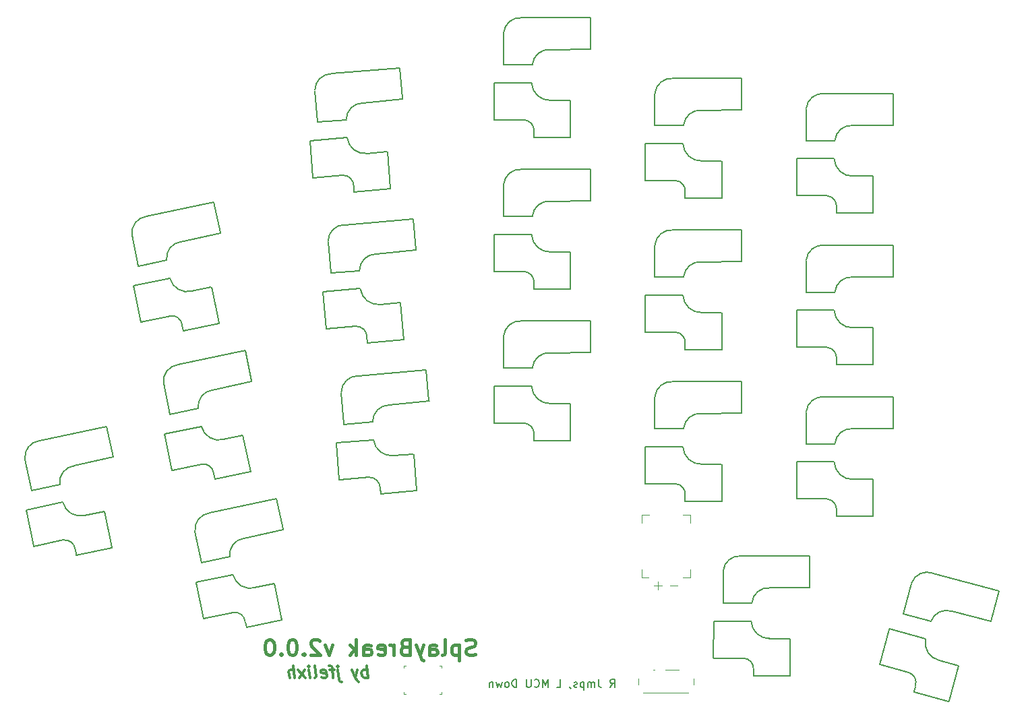
<source format=gbr>
%TF.GenerationSoftware,KiCad,Pcbnew,8.0.4*%
%TF.CreationDate,2025-04-02T23:57:16+02:00*%
%TF.ProjectId,reversible_split,72657665-7273-4696-926c-655f73706c69,v1.0.0*%
%TF.SameCoordinates,Original*%
%TF.FileFunction,Legend,Bot*%
%TF.FilePolarity,Positive*%
%FSLAX46Y46*%
G04 Gerber Fmt 4.6, Leading zero omitted, Abs format (unit mm)*
G04 Created by KiCad (PCBNEW 8.0.4) date 2025-04-02 23:57:16*
%MOMM*%
%LPD*%
G01*
G04 APERTURE LIST*
%ADD10C,0.400000*%
%ADD11C,0.300000*%
%ADD12C,0.150000*%
%ADD13C,0.120000*%
%ADD14C,0.100000*%
G04 APERTURE END LIST*
D10*
X172105464Y-124654721D02*
X171819750Y-124749959D01*
X171819750Y-124749959D02*
X171343559Y-124749959D01*
X171343559Y-124749959D02*
X171153083Y-124654721D01*
X171153083Y-124654721D02*
X171057845Y-124559482D01*
X171057845Y-124559482D02*
X170962607Y-124369006D01*
X170962607Y-124369006D02*
X170962607Y-124178530D01*
X170962607Y-124178530D02*
X171057845Y-123988054D01*
X171057845Y-123988054D02*
X171153083Y-123892816D01*
X171153083Y-123892816D02*
X171343559Y-123797578D01*
X171343559Y-123797578D02*
X171724512Y-123702340D01*
X171724512Y-123702340D02*
X171914988Y-123607101D01*
X171914988Y-123607101D02*
X172010226Y-123511863D01*
X172010226Y-123511863D02*
X172105464Y-123321387D01*
X172105464Y-123321387D02*
X172105464Y-123130911D01*
X172105464Y-123130911D02*
X172010226Y-122940435D01*
X172010226Y-122940435D02*
X171914988Y-122845197D01*
X171914988Y-122845197D02*
X171724512Y-122749959D01*
X171724512Y-122749959D02*
X171248321Y-122749959D01*
X171248321Y-122749959D02*
X170962607Y-122845197D01*
X170105464Y-123416625D02*
X170105464Y-125416625D01*
X170105464Y-123511863D02*
X169914988Y-123416625D01*
X169914988Y-123416625D02*
X169534035Y-123416625D01*
X169534035Y-123416625D02*
X169343559Y-123511863D01*
X169343559Y-123511863D02*
X169248321Y-123607101D01*
X169248321Y-123607101D02*
X169153083Y-123797578D01*
X169153083Y-123797578D02*
X169153083Y-124369006D01*
X169153083Y-124369006D02*
X169248321Y-124559482D01*
X169248321Y-124559482D02*
X169343559Y-124654721D01*
X169343559Y-124654721D02*
X169534035Y-124749959D01*
X169534035Y-124749959D02*
X169914988Y-124749959D01*
X169914988Y-124749959D02*
X170105464Y-124654721D01*
X168010226Y-124749959D02*
X168200702Y-124654721D01*
X168200702Y-124654721D02*
X168295940Y-124464244D01*
X168295940Y-124464244D02*
X168295940Y-122749959D01*
X166391178Y-124749959D02*
X166391178Y-123702340D01*
X166391178Y-123702340D02*
X166486416Y-123511863D01*
X166486416Y-123511863D02*
X166676892Y-123416625D01*
X166676892Y-123416625D02*
X167057845Y-123416625D01*
X167057845Y-123416625D02*
X167248321Y-123511863D01*
X166391178Y-124654721D02*
X166581654Y-124749959D01*
X166581654Y-124749959D02*
X167057845Y-124749959D01*
X167057845Y-124749959D02*
X167248321Y-124654721D01*
X167248321Y-124654721D02*
X167343559Y-124464244D01*
X167343559Y-124464244D02*
X167343559Y-124273768D01*
X167343559Y-124273768D02*
X167248321Y-124083292D01*
X167248321Y-124083292D02*
X167057845Y-123988054D01*
X167057845Y-123988054D02*
X166581654Y-123988054D01*
X166581654Y-123988054D02*
X166391178Y-123892816D01*
X165629273Y-123416625D02*
X165153083Y-124749959D01*
X164676892Y-123416625D02*
X165153083Y-124749959D01*
X165153083Y-124749959D02*
X165343559Y-125226149D01*
X165343559Y-125226149D02*
X165438797Y-125321387D01*
X165438797Y-125321387D02*
X165629273Y-125416625D01*
X163248320Y-123702340D02*
X162962606Y-123797578D01*
X162962606Y-123797578D02*
X162867368Y-123892816D01*
X162867368Y-123892816D02*
X162772130Y-124083292D01*
X162772130Y-124083292D02*
X162772130Y-124369006D01*
X162772130Y-124369006D02*
X162867368Y-124559482D01*
X162867368Y-124559482D02*
X162962606Y-124654721D01*
X162962606Y-124654721D02*
X163153082Y-124749959D01*
X163153082Y-124749959D02*
X163914987Y-124749959D01*
X163914987Y-124749959D02*
X163914987Y-122749959D01*
X163914987Y-122749959D02*
X163248320Y-122749959D01*
X163248320Y-122749959D02*
X163057844Y-122845197D01*
X163057844Y-122845197D02*
X162962606Y-122940435D01*
X162962606Y-122940435D02*
X162867368Y-123130911D01*
X162867368Y-123130911D02*
X162867368Y-123321387D01*
X162867368Y-123321387D02*
X162962606Y-123511863D01*
X162962606Y-123511863D02*
X163057844Y-123607101D01*
X163057844Y-123607101D02*
X163248320Y-123702340D01*
X163248320Y-123702340D02*
X163914987Y-123702340D01*
X161914987Y-124749959D02*
X161914987Y-123416625D01*
X161914987Y-123797578D02*
X161819749Y-123607101D01*
X161819749Y-123607101D02*
X161724511Y-123511863D01*
X161724511Y-123511863D02*
X161534035Y-123416625D01*
X161534035Y-123416625D02*
X161343558Y-123416625D01*
X159914987Y-124654721D02*
X160105463Y-124749959D01*
X160105463Y-124749959D02*
X160486416Y-124749959D01*
X160486416Y-124749959D02*
X160676892Y-124654721D01*
X160676892Y-124654721D02*
X160772130Y-124464244D01*
X160772130Y-124464244D02*
X160772130Y-123702340D01*
X160772130Y-123702340D02*
X160676892Y-123511863D01*
X160676892Y-123511863D02*
X160486416Y-123416625D01*
X160486416Y-123416625D02*
X160105463Y-123416625D01*
X160105463Y-123416625D02*
X159914987Y-123511863D01*
X159914987Y-123511863D02*
X159819749Y-123702340D01*
X159819749Y-123702340D02*
X159819749Y-123892816D01*
X159819749Y-123892816D02*
X160772130Y-124083292D01*
X158105463Y-124749959D02*
X158105463Y-123702340D01*
X158105463Y-123702340D02*
X158200701Y-123511863D01*
X158200701Y-123511863D02*
X158391177Y-123416625D01*
X158391177Y-123416625D02*
X158772130Y-123416625D01*
X158772130Y-123416625D02*
X158962606Y-123511863D01*
X158105463Y-124654721D02*
X158295939Y-124749959D01*
X158295939Y-124749959D02*
X158772130Y-124749959D01*
X158772130Y-124749959D02*
X158962606Y-124654721D01*
X158962606Y-124654721D02*
X159057844Y-124464244D01*
X159057844Y-124464244D02*
X159057844Y-124273768D01*
X159057844Y-124273768D02*
X158962606Y-124083292D01*
X158962606Y-124083292D02*
X158772130Y-123988054D01*
X158772130Y-123988054D02*
X158295939Y-123988054D01*
X158295939Y-123988054D02*
X158105463Y-123892816D01*
X157153082Y-124749959D02*
X157153082Y-122749959D01*
X156962606Y-123988054D02*
X156391177Y-124749959D01*
X156391177Y-123416625D02*
X157153082Y-124178530D01*
X154200700Y-123416625D02*
X153724510Y-124749959D01*
X153724510Y-124749959D02*
X153248319Y-123416625D01*
X152581652Y-122940435D02*
X152486414Y-122845197D01*
X152486414Y-122845197D02*
X152295938Y-122749959D01*
X152295938Y-122749959D02*
X151819747Y-122749959D01*
X151819747Y-122749959D02*
X151629271Y-122845197D01*
X151629271Y-122845197D02*
X151534033Y-122940435D01*
X151534033Y-122940435D02*
X151438795Y-123130911D01*
X151438795Y-123130911D02*
X151438795Y-123321387D01*
X151438795Y-123321387D02*
X151534033Y-123607101D01*
X151534033Y-123607101D02*
X152676890Y-124749959D01*
X152676890Y-124749959D02*
X151438795Y-124749959D01*
X150581652Y-124559482D02*
X150486414Y-124654721D01*
X150486414Y-124654721D02*
X150581652Y-124749959D01*
X150581652Y-124749959D02*
X150676890Y-124654721D01*
X150676890Y-124654721D02*
X150581652Y-124559482D01*
X150581652Y-124559482D02*
X150581652Y-124749959D01*
X149248319Y-122749959D02*
X149057842Y-122749959D01*
X149057842Y-122749959D02*
X148867366Y-122845197D01*
X148867366Y-122845197D02*
X148772128Y-122940435D01*
X148772128Y-122940435D02*
X148676890Y-123130911D01*
X148676890Y-123130911D02*
X148581652Y-123511863D01*
X148581652Y-123511863D02*
X148581652Y-123988054D01*
X148581652Y-123988054D02*
X148676890Y-124369006D01*
X148676890Y-124369006D02*
X148772128Y-124559482D01*
X148772128Y-124559482D02*
X148867366Y-124654721D01*
X148867366Y-124654721D02*
X149057842Y-124749959D01*
X149057842Y-124749959D02*
X149248319Y-124749959D01*
X149248319Y-124749959D02*
X149438795Y-124654721D01*
X149438795Y-124654721D02*
X149534033Y-124559482D01*
X149534033Y-124559482D02*
X149629271Y-124369006D01*
X149629271Y-124369006D02*
X149724509Y-123988054D01*
X149724509Y-123988054D02*
X149724509Y-123511863D01*
X149724509Y-123511863D02*
X149629271Y-123130911D01*
X149629271Y-123130911D02*
X149534033Y-122940435D01*
X149534033Y-122940435D02*
X149438795Y-122845197D01*
X149438795Y-122845197D02*
X149248319Y-122749959D01*
X147724509Y-124559482D02*
X147629271Y-124654721D01*
X147629271Y-124654721D02*
X147724509Y-124749959D01*
X147724509Y-124749959D02*
X147819747Y-124654721D01*
X147819747Y-124654721D02*
X147724509Y-124559482D01*
X147724509Y-124559482D02*
X147724509Y-124749959D01*
X146391176Y-122749959D02*
X146200699Y-122749959D01*
X146200699Y-122749959D02*
X146010223Y-122845197D01*
X146010223Y-122845197D02*
X145914985Y-122940435D01*
X145914985Y-122940435D02*
X145819747Y-123130911D01*
X145819747Y-123130911D02*
X145724509Y-123511863D01*
X145724509Y-123511863D02*
X145724509Y-123988054D01*
X145724509Y-123988054D02*
X145819747Y-124369006D01*
X145819747Y-124369006D02*
X145914985Y-124559482D01*
X145914985Y-124559482D02*
X146010223Y-124654721D01*
X146010223Y-124654721D02*
X146200699Y-124749959D01*
X146200699Y-124749959D02*
X146391176Y-124749959D01*
X146391176Y-124749959D02*
X146581652Y-124654721D01*
X146581652Y-124654721D02*
X146676890Y-124559482D01*
X146676890Y-124559482D02*
X146772128Y-124369006D01*
X146772128Y-124369006D02*
X146867366Y-123988054D01*
X146867366Y-123988054D02*
X146867366Y-123511863D01*
X146867366Y-123511863D02*
X146772128Y-123130911D01*
X146772128Y-123130911D02*
X146676890Y-122940435D01*
X146676890Y-122940435D02*
X146581652Y-122845197D01*
X146581652Y-122845197D02*
X146391176Y-122749959D01*
D11*
X158654417Y-127600828D02*
X158466917Y-126100828D01*
X158538346Y-126672257D02*
X158386560Y-126600828D01*
X158386560Y-126600828D02*
X158100846Y-126600828D01*
X158100846Y-126600828D02*
X157966917Y-126672257D01*
X157966917Y-126672257D02*
X157904417Y-126743685D01*
X157904417Y-126743685D02*
X157850846Y-126886542D01*
X157850846Y-126886542D02*
X157904417Y-127315114D01*
X157904417Y-127315114D02*
X157993703Y-127457971D01*
X157993703Y-127457971D02*
X158074060Y-127529400D01*
X158074060Y-127529400D02*
X158225846Y-127600828D01*
X158225846Y-127600828D02*
X158511560Y-127600828D01*
X158511560Y-127600828D02*
X158645489Y-127529400D01*
X157315131Y-126600828D02*
X157082989Y-127600828D01*
X156600846Y-126600828D02*
X157082989Y-127600828D01*
X157082989Y-127600828D02*
X157270489Y-127957971D01*
X157270489Y-127957971D02*
X157350846Y-128029400D01*
X157350846Y-128029400D02*
X157502631Y-128100828D01*
X154886560Y-126600828D02*
X155047275Y-127886542D01*
X155047275Y-127886542D02*
X155136560Y-128029400D01*
X155136560Y-128029400D02*
X155288346Y-128100828D01*
X155288346Y-128100828D02*
X155359775Y-128100828D01*
X154824060Y-126100828D02*
X154904417Y-126172257D01*
X154904417Y-126172257D02*
X154841917Y-126243685D01*
X154841917Y-126243685D02*
X154761560Y-126172257D01*
X154761560Y-126172257D02*
X154824060Y-126100828D01*
X154824060Y-126100828D02*
X154841917Y-126243685D01*
X154386560Y-126600828D02*
X153815131Y-126600828D01*
X154297274Y-127600828D02*
X154136560Y-126315114D01*
X154136560Y-126315114D02*
X154047274Y-126172257D01*
X154047274Y-126172257D02*
X153895489Y-126100828D01*
X153895489Y-126100828D02*
X153752631Y-126100828D01*
X152859774Y-127529400D02*
X153011560Y-127600828D01*
X153011560Y-127600828D02*
X153297274Y-127600828D01*
X153297274Y-127600828D02*
X153431203Y-127529400D01*
X153431203Y-127529400D02*
X153484774Y-127386542D01*
X153484774Y-127386542D02*
X153413346Y-126815114D01*
X153413346Y-126815114D02*
X153324060Y-126672257D01*
X153324060Y-126672257D02*
X153172274Y-126600828D01*
X153172274Y-126600828D02*
X152886560Y-126600828D01*
X152886560Y-126600828D02*
X152752631Y-126672257D01*
X152752631Y-126672257D02*
X152699060Y-126815114D01*
X152699060Y-126815114D02*
X152716917Y-126957971D01*
X152716917Y-126957971D02*
X153449060Y-127100828D01*
X151940132Y-127600828D02*
X152074060Y-127529400D01*
X152074060Y-127529400D02*
X152127632Y-127386542D01*
X152127632Y-127386542D02*
X151966917Y-126100828D01*
X151368703Y-127600828D02*
X151243703Y-126600828D01*
X151181203Y-126100828D02*
X151261560Y-126172257D01*
X151261560Y-126172257D02*
X151199060Y-126243685D01*
X151199060Y-126243685D02*
X151118703Y-126172257D01*
X151118703Y-126172257D02*
X151181203Y-126100828D01*
X151181203Y-126100828D02*
X151199060Y-126243685D01*
X150797274Y-127600828D02*
X149886560Y-126600828D01*
X150672274Y-126600828D02*
X150011560Y-127600828D01*
X149440131Y-127600828D02*
X149252631Y-126100828D01*
X148797274Y-127600828D02*
X148699060Y-126815114D01*
X148699060Y-126815114D02*
X148752631Y-126672257D01*
X148752631Y-126672257D02*
X148886560Y-126600828D01*
X148886560Y-126600828D02*
X149100846Y-126600828D01*
X149100846Y-126600828D02*
X149252631Y-126672257D01*
X149252631Y-126672257D02*
X149332988Y-126743685D01*
D12*
X189060702Y-128782093D02*
X189394035Y-128305902D01*
X189632130Y-128782093D02*
X189632130Y-127782093D01*
X189632130Y-127782093D02*
X189251178Y-127782093D01*
X189251178Y-127782093D02*
X189155940Y-127829712D01*
X189155940Y-127829712D02*
X189108321Y-127877331D01*
X189108321Y-127877331D02*
X189060702Y-127972569D01*
X189060702Y-127972569D02*
X189060702Y-128115426D01*
X189060702Y-128115426D02*
X189108321Y-128210664D01*
X189108321Y-128210664D02*
X189155940Y-128258283D01*
X189155940Y-128258283D02*
X189251178Y-128305902D01*
X189251178Y-128305902D02*
X189632130Y-128305902D01*
X187584511Y-127782093D02*
X187584511Y-128496378D01*
X187584511Y-128496378D02*
X187632130Y-128639235D01*
X187632130Y-128639235D02*
X187727368Y-128734474D01*
X187727368Y-128734474D02*
X187870225Y-128782093D01*
X187870225Y-128782093D02*
X187965463Y-128782093D01*
X187108320Y-128782093D02*
X187108320Y-128115426D01*
X187108320Y-128210664D02*
X187060701Y-128163045D01*
X187060701Y-128163045D02*
X186965463Y-128115426D01*
X186965463Y-128115426D02*
X186822606Y-128115426D01*
X186822606Y-128115426D02*
X186727368Y-128163045D01*
X186727368Y-128163045D02*
X186679749Y-128258283D01*
X186679749Y-128258283D02*
X186679749Y-128782093D01*
X186679749Y-128258283D02*
X186632130Y-128163045D01*
X186632130Y-128163045D02*
X186536892Y-128115426D01*
X186536892Y-128115426D02*
X186394035Y-128115426D01*
X186394035Y-128115426D02*
X186298796Y-128163045D01*
X186298796Y-128163045D02*
X186251177Y-128258283D01*
X186251177Y-128258283D02*
X186251177Y-128782093D01*
X185774987Y-128115426D02*
X185774987Y-129115426D01*
X185774987Y-128163045D02*
X185679749Y-128115426D01*
X185679749Y-128115426D02*
X185489273Y-128115426D01*
X185489273Y-128115426D02*
X185394035Y-128163045D01*
X185394035Y-128163045D02*
X185346416Y-128210664D01*
X185346416Y-128210664D02*
X185298797Y-128305902D01*
X185298797Y-128305902D02*
X185298797Y-128591616D01*
X185298797Y-128591616D02*
X185346416Y-128686854D01*
X185346416Y-128686854D02*
X185394035Y-128734474D01*
X185394035Y-128734474D02*
X185489273Y-128782093D01*
X185489273Y-128782093D02*
X185679749Y-128782093D01*
X185679749Y-128782093D02*
X185774987Y-128734474D01*
X184917844Y-128734474D02*
X184822606Y-128782093D01*
X184822606Y-128782093D02*
X184632130Y-128782093D01*
X184632130Y-128782093D02*
X184536892Y-128734474D01*
X184536892Y-128734474D02*
X184489273Y-128639235D01*
X184489273Y-128639235D02*
X184489273Y-128591616D01*
X184489273Y-128591616D02*
X184536892Y-128496378D01*
X184536892Y-128496378D02*
X184632130Y-128448759D01*
X184632130Y-128448759D02*
X184774987Y-128448759D01*
X184774987Y-128448759D02*
X184870225Y-128401140D01*
X184870225Y-128401140D02*
X184917844Y-128305902D01*
X184917844Y-128305902D02*
X184917844Y-128258283D01*
X184917844Y-128258283D02*
X184870225Y-128163045D01*
X184870225Y-128163045D02*
X184774987Y-128115426D01*
X184774987Y-128115426D02*
X184632130Y-128115426D01*
X184632130Y-128115426D02*
X184536892Y-128163045D01*
X184013082Y-128734474D02*
X184013082Y-128782093D01*
X184013082Y-128782093D02*
X184060701Y-128877331D01*
X184060701Y-128877331D02*
X184108320Y-128924950D01*
X182346416Y-128782093D02*
X182822606Y-128782093D01*
X182822606Y-128782093D02*
X182822606Y-127782093D01*
X181251177Y-128782093D02*
X181251177Y-127782093D01*
X181251177Y-127782093D02*
X180917844Y-128496378D01*
X180917844Y-128496378D02*
X180584511Y-127782093D01*
X180584511Y-127782093D02*
X180584511Y-128782093D01*
X179536892Y-128686854D02*
X179584511Y-128734474D01*
X179584511Y-128734474D02*
X179727368Y-128782093D01*
X179727368Y-128782093D02*
X179822606Y-128782093D01*
X179822606Y-128782093D02*
X179965463Y-128734474D01*
X179965463Y-128734474D02*
X180060701Y-128639235D01*
X180060701Y-128639235D02*
X180108320Y-128543997D01*
X180108320Y-128543997D02*
X180155939Y-128353521D01*
X180155939Y-128353521D02*
X180155939Y-128210664D01*
X180155939Y-128210664D02*
X180108320Y-128020188D01*
X180108320Y-128020188D02*
X180060701Y-127924950D01*
X180060701Y-127924950D02*
X179965463Y-127829712D01*
X179965463Y-127829712D02*
X179822606Y-127782093D01*
X179822606Y-127782093D02*
X179727368Y-127782093D01*
X179727368Y-127782093D02*
X179584511Y-127829712D01*
X179584511Y-127829712D02*
X179536892Y-127877331D01*
X179108320Y-127782093D02*
X179108320Y-128591616D01*
X179108320Y-128591616D02*
X179060701Y-128686854D01*
X179060701Y-128686854D02*
X179013082Y-128734474D01*
X179013082Y-128734474D02*
X178917844Y-128782093D01*
X178917844Y-128782093D02*
X178727368Y-128782093D01*
X178727368Y-128782093D02*
X178632130Y-128734474D01*
X178632130Y-128734474D02*
X178584511Y-128686854D01*
X178584511Y-128686854D02*
X178536892Y-128591616D01*
X178536892Y-128591616D02*
X178536892Y-127782093D01*
X177298796Y-128782093D02*
X177298796Y-127782093D01*
X177298796Y-127782093D02*
X177060701Y-127782093D01*
X177060701Y-127782093D02*
X176917844Y-127829712D01*
X176917844Y-127829712D02*
X176822606Y-127924950D01*
X176822606Y-127924950D02*
X176774987Y-128020188D01*
X176774987Y-128020188D02*
X176727368Y-128210664D01*
X176727368Y-128210664D02*
X176727368Y-128353521D01*
X176727368Y-128353521D02*
X176774987Y-128543997D01*
X176774987Y-128543997D02*
X176822606Y-128639235D01*
X176822606Y-128639235D02*
X176917844Y-128734474D01*
X176917844Y-128734474D02*
X177060701Y-128782093D01*
X177060701Y-128782093D02*
X177298796Y-128782093D01*
X176155939Y-128782093D02*
X176251177Y-128734474D01*
X176251177Y-128734474D02*
X176298796Y-128686854D01*
X176298796Y-128686854D02*
X176346415Y-128591616D01*
X176346415Y-128591616D02*
X176346415Y-128305902D01*
X176346415Y-128305902D02*
X176298796Y-128210664D01*
X176298796Y-128210664D02*
X176251177Y-128163045D01*
X176251177Y-128163045D02*
X176155939Y-128115426D01*
X176155939Y-128115426D02*
X176013082Y-128115426D01*
X176013082Y-128115426D02*
X175917844Y-128163045D01*
X175917844Y-128163045D02*
X175870225Y-128210664D01*
X175870225Y-128210664D02*
X175822606Y-128305902D01*
X175822606Y-128305902D02*
X175822606Y-128591616D01*
X175822606Y-128591616D02*
X175870225Y-128686854D01*
X175870225Y-128686854D02*
X175917844Y-128734474D01*
X175917844Y-128734474D02*
X176013082Y-128782093D01*
X176013082Y-128782093D02*
X176155939Y-128782093D01*
X175489272Y-128115426D02*
X175298796Y-128782093D01*
X175298796Y-128782093D02*
X175108320Y-128305902D01*
X175108320Y-128305902D02*
X174917844Y-128782093D01*
X174917844Y-128782093D02*
X174727368Y-128115426D01*
X174346415Y-128115426D02*
X174346415Y-128782093D01*
X174346415Y-128210664D02*
X174298796Y-128163045D01*
X174298796Y-128163045D02*
X174203558Y-128115426D01*
X174203558Y-128115426D02*
X174060701Y-128115426D01*
X174060701Y-128115426D02*
X173965463Y-128163045D01*
X173965463Y-128163045D02*
X173917844Y-128258283D01*
X173917844Y-128258283D02*
X173917844Y-128782093D01*
%TO.C,S5*%
X154663948Y-98113471D02*
X155039959Y-102698145D01*
X155289753Y-91784846D02*
X155633582Y-95714833D01*
X155634367Y-95723800D02*
X159230630Y-95409167D01*
X158827678Y-102391858D02*
X155067043Y-102720871D01*
X159343884Y-97678934D02*
X154661769Y-98088566D01*
X160171590Y-103754915D02*
X160232599Y-104452252D01*
X164367171Y-99447857D02*
X161826873Y-99670104D01*
X164394254Y-99470582D02*
X164795171Y-104053078D01*
X164772445Y-104080162D02*
X160239759Y-104476721D01*
X165977973Y-88888283D02*
X157385794Y-89640002D01*
X166318578Y-92781413D02*
X165977973Y-88888283D01*
X166322587Y-92827238D02*
X161295813Y-93313199D01*
X155294610Y-91714153D02*
G75*
G02*
X157385794Y-89640001I2082668J-8516D01*
G01*
X158828113Y-102396839D02*
G75*
G02*
X160167233Y-103705106I15427J-1323693D01*
G01*
X159233520Y-95384822D02*
G75*
G02*
X161321066Y-93315004I2078683J-8865D01*
G01*
X161901153Y-99658586D02*
G75*
G02*
X159351044Y-97703403I-297462J2252647D01*
G01*
%TO.C,S13*%
X193499992Y-60475524D02*
X193474992Y-65075522D01*
X194674991Y-54225522D02*
X194674991Y-58170522D01*
X194674991Y-58179522D02*
X198284991Y-58179522D01*
X197274991Y-65100522D02*
X193499991Y-65100522D01*
X198199993Y-60450522D02*
X193499991Y-60450522D01*
X198494991Y-66575522D02*
X198494991Y-67275522D01*
X203049991Y-62650522D02*
X200499991Y-62650522D01*
X203049991Y-67300522D02*
X198499992Y-67300522D01*
X203074991Y-62675521D02*
X203074991Y-67275522D01*
X205574990Y-52271522D02*
X196949991Y-52271522D01*
X205574991Y-56179522D02*
X205574990Y-52271522D01*
X205574991Y-56225522D02*
X200524991Y-56271522D01*
X194685991Y-54155522D02*
G75*
G02*
X196949991Y-52271522I2074000J-190000D01*
G01*
X197274991Y-65105522D02*
G75*
G02*
X198494991Y-66525522I-100000J-1320000D01*
G01*
X198289992Y-58155521D02*
G75*
G02*
X200549991Y-56275522I2069998J-189999D01*
G01*
X200574990Y-62645522D02*
G75*
G02*
X198204991Y-60475522I-99999J2270000D01*
G01*
D13*
%TO.C,PWR1*%
X192612493Y-128451519D02*
X192612493Y-127661521D01*
X194662490Y-126611521D02*
X194462493Y-126611521D01*
X197662493Y-126611521D02*
X195962493Y-126611521D01*
X198912493Y-129461521D02*
X193212493Y-129461521D01*
X199512493Y-127661521D02*
X199512492Y-128451519D01*
D12*
%TO.C,S7*%
X151343314Y-60158452D02*
X151719325Y-64743126D01*
X151969119Y-53829827D02*
X152312948Y-57759814D01*
X152313733Y-57768781D02*
X155909996Y-57454148D01*
X155507044Y-64436839D02*
X151746409Y-64765852D01*
X156023250Y-59723915D02*
X151341135Y-60133547D01*
X156850956Y-65799896D02*
X156911965Y-66497233D01*
X161046537Y-61492838D02*
X158506239Y-61715085D01*
X161073620Y-61515563D02*
X161474537Y-66098059D01*
X161451811Y-66125143D02*
X156919125Y-66521702D01*
X162657339Y-50933264D02*
X154065160Y-51684983D01*
X162997944Y-54826394D02*
X162657339Y-50933264D01*
X163001953Y-54872219D02*
X157975179Y-55358180D01*
X151973976Y-53759134D02*
G75*
G02*
X154065160Y-51684982I2082668J-8516D01*
G01*
X155507479Y-64441820D02*
G75*
G02*
X156846599Y-65750087I15427J-1323693D01*
G01*
X155912886Y-57429803D02*
G75*
G02*
X158000432Y-55359985I2078683J-8865D01*
G01*
X158580519Y-61703567D02*
G75*
G02*
X156030410Y-59748384I-297462J2252647D01*
G01*
%TO.C,S3*%
X132970446Y-90630314D02*
X133790658Y-94489107D01*
X133120571Y-96988031D02*
X134052510Y-101492710D01*
X133792529Y-94497910D02*
X137323642Y-93747346D01*
X137712666Y-95986399D02*
X133115373Y-96963580D01*
X137774669Y-100727099D02*
X134082162Y-101511966D01*
X139274679Y-101916217D02*
X139420217Y-102600918D01*
X142914088Y-97129948D02*
X140419812Y-97660122D01*
X142943739Y-97149202D02*
X143900133Y-101648682D01*
X143225996Y-86452776D02*
X134789472Y-88246015D01*
X143880877Y-101678334D02*
X139430306Y-102624332D01*
X144038514Y-90275377D02*
X143225996Y-86452776D01*
X144048078Y-90320372D02*
X139117997Y-91415321D01*
X132966651Y-90559557D02*
G75*
G02*
X134789472Y-88246015I2068188J245355D01*
G01*
X137323543Y-93722833D02*
G75*
G02*
X139143282Y-91414036I2064267J244530D01*
G01*
X137775708Y-100731990D02*
G75*
G02*
X139264285Y-101867307I176626J-1311952D01*
G01*
X140492133Y-97639638D02*
G75*
G02*
X137722756Y-96009809I-569772J2199607D01*
G01*
%TO.C,S16*%
X212499995Y-62380525D02*
X212474995Y-66980523D01*
X213674994Y-56130523D02*
X213674994Y-60075523D01*
X213674994Y-60084523D02*
X217284994Y-60084523D01*
X216274994Y-67005523D02*
X212499994Y-67005523D01*
X217199996Y-62355523D02*
X212499994Y-62355523D01*
X217494994Y-68480523D02*
X217494994Y-69180523D01*
X222049994Y-64555523D02*
X219499994Y-64555523D01*
X222049994Y-69205523D02*
X217499995Y-69205523D01*
X222074994Y-64580522D02*
X222074994Y-69180523D01*
X224574993Y-54176523D02*
X215949994Y-54176523D01*
X224574994Y-58084523D02*
X224574993Y-54176523D01*
X224574994Y-58130523D02*
X219524994Y-58176523D01*
X213685994Y-56060523D02*
G75*
G02*
X215949994Y-54176523I2074000J-190000D01*
G01*
X216274994Y-67010523D02*
G75*
G02*
X217494994Y-68430523I-100000J-1320000D01*
G01*
X217289995Y-60060522D02*
G75*
G02*
X219549994Y-58180523I2069998J-189999D01*
G01*
X219574993Y-64550523D02*
G75*
G02*
X217204994Y-62380523I-99999J2270000D01*
G01*
%TO.C,S15*%
X212499993Y-81430525D02*
X212474993Y-86030523D01*
X213674992Y-75180523D02*
X213674992Y-79125523D01*
X213674992Y-79134523D02*
X217284992Y-79134523D01*
X216274992Y-86055523D02*
X212499992Y-86055523D01*
X217199994Y-81405523D02*
X212499992Y-81405523D01*
X217494992Y-87530523D02*
X217494992Y-88230523D01*
X222049992Y-83605523D02*
X219499992Y-83605523D01*
X222049992Y-88255523D02*
X217499993Y-88255523D01*
X222074992Y-83630522D02*
X222074992Y-88230523D01*
X224574991Y-73226523D02*
X215949992Y-73226523D01*
X224574992Y-77134523D02*
X224574991Y-73226523D01*
X224574992Y-77180523D02*
X219524992Y-77226523D01*
X213685992Y-75110523D02*
G75*
G02*
X215949992Y-73226523I2074000J-190000D01*
G01*
X216274992Y-86060523D02*
G75*
G02*
X217494992Y-87480523I-100000J-1320000D01*
G01*
X217289993Y-79110522D02*
G75*
G02*
X219549992Y-77230523I2069998J-189999D01*
G01*
X219574991Y-83600523D02*
G75*
G02*
X217204992Y-81430523I-99999J2270000D01*
G01*
%TO.C,S18*%
X224134830Y-121472042D02*
X222920113Y-125908830D01*
X225864039Y-119558388D02*
X229351032Y-120492725D01*
X226584160Y-126916490D02*
X222937789Y-125939449D01*
X226887410Y-115739118D02*
X225866370Y-119549694D01*
X227380830Y-128656990D02*
X227199658Y-129333138D01*
X228681151Y-122664343D02*
X224141297Y-121447893D01*
X231592980Y-130536207D02*
X227198015Y-129358581D01*
X232796488Y-126044652D02*
X230333378Y-125384664D01*
X232814166Y-126075270D02*
X231623598Y-130518530D01*
X236898363Y-120492097D02*
X232008532Y-119229493D01*
X236910269Y-120447664D02*
X237921734Y-116672826D01*
X237921734Y-116672826D02*
X229590623Y-114440511D01*
X226582866Y-126921319D02*
G75*
G02*
X227393772Y-128608694I-438234J-1249140D01*
G01*
X226916152Y-115674350D02*
G75*
G02*
X229590623Y-114440510I1954155J-720315D01*
G01*
X229362074Y-120470836D02*
G75*
G02*
X232031645Y-119239828I1950289J-719280D01*
G01*
X230407116Y-125399245D02*
G75*
G02*
X228679509Y-122689785I490926J2218533D01*
G01*
%TO.C,S12*%
X193499993Y-79525522D02*
X193474993Y-84125520D01*
X194674992Y-73275520D02*
X194674992Y-77220520D01*
X194674992Y-77229520D02*
X198284992Y-77229520D01*
X197274992Y-84150520D02*
X193499992Y-84150520D01*
X198199994Y-79500520D02*
X193499992Y-79500520D01*
X198494992Y-85625520D02*
X198494992Y-86325520D01*
X203049992Y-81700520D02*
X200499992Y-81700520D01*
X203049992Y-86350520D02*
X198499993Y-86350520D01*
X203074992Y-81725519D02*
X203074992Y-86325520D01*
X205574991Y-71321520D02*
X196949992Y-71321520D01*
X205574992Y-75229520D02*
X205574991Y-71321520D01*
X205574992Y-75275520D02*
X200524992Y-75321520D01*
X194685992Y-73205520D02*
G75*
G02*
X196949992Y-71321520I2074000J-190000D01*
G01*
X197274992Y-84155520D02*
G75*
G02*
X198494992Y-85575520I-100000J-1320000D01*
G01*
X198289993Y-77205519D02*
G75*
G02*
X200549992Y-75325520I2069998J-189999D01*
G01*
X200574991Y-81695520D02*
G75*
G02*
X198204992Y-79525520I-99999J2270000D01*
G01*
%TO.C,S14*%
X212499992Y-100480526D02*
X212474992Y-105080524D01*
X213674991Y-94230524D02*
X213674991Y-98175524D01*
X213674991Y-98184524D02*
X217284991Y-98184524D01*
X216274991Y-105105524D02*
X212499991Y-105105524D01*
X217199993Y-100455524D02*
X212499991Y-100455524D01*
X217494991Y-106580524D02*
X217494991Y-107280524D01*
X222049991Y-102655524D02*
X219499991Y-102655524D01*
X222049991Y-107305524D02*
X217499992Y-107305524D01*
X222074991Y-102680523D02*
X222074991Y-107280524D01*
X224574990Y-92276524D02*
X215949991Y-92276524D01*
X224574991Y-96184524D02*
X224574990Y-92276524D01*
X224574991Y-96230524D02*
X219524991Y-96276524D01*
X213685991Y-94160524D02*
G75*
G02*
X215949991Y-92276524I2074000J-190000D01*
G01*
X216274991Y-105110524D02*
G75*
G02*
X217494991Y-106530524I-100000J-1320000D01*
G01*
X217289992Y-98160523D02*
G75*
G02*
X219549991Y-96280524I2069998J-189999D01*
G01*
X219574990Y-102650524D02*
G75*
G02*
X217204991Y-100480524I-99999J2270000D01*
G01*
%TO.C,S2*%
X136931170Y-109264023D02*
X137751382Y-113122816D01*
X137081295Y-115621740D02*
X138013234Y-120126419D01*
X137753253Y-113131619D02*
X141284366Y-112381055D01*
X141673390Y-114620108D02*
X137076097Y-115597289D01*
X141735393Y-119360808D02*
X138042886Y-120145675D01*
X143235403Y-120549926D02*
X143380941Y-121234627D01*
X146874812Y-115763657D02*
X144380536Y-116293831D01*
X146904463Y-115782911D02*
X147860857Y-120282391D01*
X147186720Y-105086485D02*
X138750196Y-106879724D01*
X147841601Y-120312043D02*
X143391030Y-121258041D01*
X147999238Y-108909086D02*
X147186720Y-105086485D01*
X148008802Y-108954081D02*
X143078721Y-110049030D01*
X136927375Y-109193266D02*
G75*
G02*
X138750196Y-106879724I2068188J245355D01*
G01*
X141284267Y-112356542D02*
G75*
G02*
X143104006Y-110047745I2064267J244530D01*
G01*
X141736432Y-119365699D02*
G75*
G02*
X143225009Y-120501016I176626J-1311952D01*
G01*
X144452857Y-116273347D02*
G75*
G02*
X141683480Y-114643518I-569772J2199607D01*
G01*
%TO.C,S6*%
X153003636Y-79135962D02*
X153379647Y-83720636D01*
X153629441Y-72807337D02*
X153973270Y-76737324D01*
X153974055Y-76746291D02*
X157570318Y-76431658D01*
X157167366Y-83414349D02*
X153406731Y-83743362D01*
X157683572Y-78701425D02*
X153001457Y-79111057D01*
X158511278Y-84777406D02*
X158572287Y-85474743D01*
X162706859Y-80470348D02*
X160166561Y-80692595D01*
X162733942Y-80493073D02*
X163134859Y-85075569D01*
X163112133Y-85102653D02*
X158579447Y-85499212D01*
X164317661Y-69910774D02*
X155725482Y-70662493D01*
X164658266Y-73803904D02*
X164317661Y-69910774D01*
X164662275Y-73849729D02*
X159635501Y-74335690D01*
X153634298Y-72736644D02*
G75*
G02*
X155725482Y-70662492I2082668J-8516D01*
G01*
X157167801Y-83419330D02*
G75*
G02*
X158506921Y-84727597I15427J-1323693D01*
G01*
X157573208Y-76407313D02*
G75*
G02*
X159660754Y-74337495I2078683J-8865D01*
G01*
X160240841Y-80681077D02*
G75*
G02*
X157690732Y-78725894I-297462J2252647D01*
G01*
%TO.C,S11*%
X193499992Y-98575524D02*
X193474992Y-103175522D01*
X194674991Y-92325522D02*
X194674991Y-96270522D01*
X194674991Y-96279522D02*
X198284991Y-96279522D01*
X197274991Y-103200522D02*
X193499991Y-103200522D01*
X198199993Y-98550522D02*
X193499991Y-98550522D01*
X198494991Y-104675522D02*
X198494991Y-105375522D01*
X203049991Y-100750522D02*
X200499991Y-100750522D01*
X203049991Y-105400522D02*
X198499992Y-105400522D01*
X203074991Y-100775521D02*
X203074991Y-105375522D01*
X205574990Y-90371522D02*
X196949991Y-90371522D01*
X205574991Y-94279522D02*
X205574990Y-90371522D01*
X205574991Y-94325522D02*
X200524991Y-94371522D01*
X194685991Y-92255522D02*
G75*
G02*
X196949991Y-90371522I2074000J-190000D01*
G01*
X197274991Y-103205522D02*
G75*
G02*
X198494991Y-104625522I-100000J-1320000D01*
G01*
X198289992Y-96255521D02*
G75*
G02*
X200549991Y-94375522I2069998J-189999D01*
G01*
X200574990Y-100745522D02*
G75*
G02*
X198204991Y-98575522I-99999J2270000D01*
G01*
%TO.C,S8*%
X174499993Y-90955525D02*
X174474993Y-95555523D01*
X175674992Y-84705523D02*
X175674992Y-88650523D01*
X175674992Y-88659523D02*
X179284992Y-88659523D01*
X178274992Y-95580523D02*
X174499992Y-95580523D01*
X179199994Y-90930523D02*
X174499992Y-90930523D01*
X179494992Y-97055523D02*
X179494992Y-97755523D01*
X184049992Y-93130523D02*
X181499992Y-93130523D01*
X184049992Y-97780523D02*
X179499993Y-97780523D01*
X184074992Y-93155522D02*
X184074992Y-97755523D01*
X186574991Y-82751523D02*
X177949992Y-82751523D01*
X186574992Y-86659523D02*
X186574991Y-82751523D01*
X186574992Y-86705523D02*
X181524992Y-86751523D01*
X175685992Y-84635523D02*
G75*
G02*
X177949992Y-82751523I2074000J-190000D01*
G01*
X178274992Y-95585523D02*
G75*
G02*
X179494992Y-97005523I-100000J-1320000D01*
G01*
X179289993Y-88635522D02*
G75*
G02*
X181549992Y-86755523I2069998J-189999D01*
G01*
X181574991Y-93125523D02*
G75*
G02*
X179204992Y-90955523I-99999J2270000D01*
G01*
%TO.C,S10*%
X174499992Y-52855527D02*
X174474992Y-57455525D01*
X175674991Y-46605525D02*
X175674991Y-50550525D01*
X175674991Y-50559525D02*
X179284991Y-50559525D01*
X178274991Y-57480525D02*
X174499991Y-57480525D01*
X179199993Y-52830525D02*
X174499991Y-52830525D01*
X179494991Y-58955525D02*
X179494991Y-59655525D01*
X184049991Y-55030525D02*
X181499991Y-55030525D01*
X184049991Y-59680525D02*
X179499992Y-59680525D01*
X184074991Y-55055524D02*
X184074991Y-59655525D01*
X186574990Y-44651525D02*
X177949991Y-44651525D01*
X186574991Y-48559525D02*
X186574990Y-44651525D01*
X186574991Y-48605525D02*
X181524991Y-48651525D01*
X175685991Y-46535525D02*
G75*
G02*
X177949991Y-44651525I2074000J-190000D01*
G01*
X178274991Y-57485525D02*
G75*
G02*
X179494991Y-58905525I-100000J-1320000D01*
G01*
X179289992Y-50535524D02*
G75*
G02*
X181549991Y-48655525I2069998J-189999D01*
G01*
X181574990Y-55025525D02*
G75*
G02*
X179204991Y-52855525I-99999J2270000D01*
G01*
%TO.C,S1*%
X115573860Y-100170746D02*
X116394072Y-104029539D01*
X115723985Y-106528463D02*
X116655924Y-111033142D01*
X116395943Y-104038342D02*
X119927056Y-103287778D01*
X120316080Y-105526831D02*
X115718787Y-106504012D01*
X120378083Y-110267531D02*
X116685576Y-111052398D01*
X121878093Y-111456649D02*
X122023631Y-112141350D01*
X125517502Y-106670380D02*
X123023226Y-107200554D01*
X125547153Y-106689634D02*
X126503547Y-111189114D01*
X125829410Y-95993208D02*
X117392886Y-97786447D01*
X126484291Y-111218766D02*
X122033720Y-112164764D01*
X126641928Y-99815809D02*
X125829410Y-95993208D01*
X126651492Y-99860804D02*
X121721411Y-100955753D01*
X115570065Y-100099989D02*
G75*
G02*
X117392886Y-97786447I2068188J245355D01*
G01*
X119926957Y-103263265D02*
G75*
G02*
X121746696Y-100954468I2064267J244530D01*
G01*
X120379122Y-110272422D02*
G75*
G02*
X121867699Y-111407739I176626J-1311952D01*
G01*
X123095547Y-107180070D02*
G75*
G02*
X120326170Y-105550241I-569772J2199607D01*
G01*
D14*
%TO.C,RST1*%
X163182488Y-126346021D02*
X163182488Y-126096021D01*
X163182488Y-129346021D02*
X163182488Y-129596021D01*
X163432488Y-126096021D02*
X163182488Y-126096021D01*
X163432488Y-129596021D02*
X163182488Y-129596021D01*
X167632488Y-126096021D02*
X167882488Y-126096021D01*
X167632488Y-129596021D02*
X167882488Y-129596021D01*
X167882488Y-126346021D02*
X167882488Y-126096021D01*
X167882488Y-129346021D02*
X167882488Y-129596021D01*
D12*
%TO.C,S9*%
X174499995Y-71905526D02*
X174474995Y-76505524D01*
X175674994Y-65655524D02*
X175674994Y-69600524D01*
X175674994Y-69609524D02*
X179284994Y-69609524D01*
X178274994Y-76530524D02*
X174499994Y-76530524D01*
X179199996Y-71880524D02*
X174499994Y-71880524D01*
X179494994Y-78005524D02*
X179494994Y-78705524D01*
X184049994Y-74080524D02*
X181499994Y-74080524D01*
X184049994Y-78730524D02*
X179499995Y-78730524D01*
X184074994Y-74105523D02*
X184074994Y-78705524D01*
X186574993Y-63701524D02*
X177949994Y-63701524D01*
X186574994Y-67609524D02*
X186574993Y-63701524D01*
X186574994Y-67655524D02*
X181524994Y-67701524D01*
X175685994Y-65585524D02*
G75*
G02*
X177949994Y-63701524I2074000J-190000D01*
G01*
X178274994Y-76535524D02*
G75*
G02*
X179494994Y-77955524I-100000J-1320000D01*
G01*
X179289995Y-69585523D02*
G75*
G02*
X181549994Y-67705524I2069998J-189999D01*
G01*
X181574993Y-74075524D02*
G75*
G02*
X179204994Y-71905524I-99999J2270000D01*
G01*
%TO.C,S4*%
X129009731Y-71996603D02*
X129829943Y-75855396D01*
X129159856Y-78354320D02*
X130091795Y-82858999D01*
X129831814Y-75864199D02*
X133362927Y-75113635D01*
X133751951Y-77352688D02*
X129154658Y-78329869D01*
X133813954Y-82093388D02*
X130121447Y-82878255D01*
X135313964Y-83282506D02*
X135459502Y-83967207D01*
X138953373Y-78496237D02*
X136459097Y-79026411D01*
X138983024Y-78515491D02*
X139939418Y-83014971D01*
X139265281Y-67819065D02*
X130828757Y-69612304D01*
X139920162Y-83044623D02*
X135469591Y-83990621D01*
X140077799Y-71641666D02*
X139265281Y-67819065D01*
X140087363Y-71686661D02*
X135157282Y-72781610D01*
X129005936Y-71925846D02*
G75*
G02*
X130828757Y-69612304I2068188J245355D01*
G01*
X133362828Y-75089122D02*
G75*
G02*
X135182567Y-72780325I2064267J244530D01*
G01*
X133814993Y-82098279D02*
G75*
G02*
X135303570Y-83233596I176626J-1311952D01*
G01*
X136531418Y-79005927D02*
G75*
G02*
X133762041Y-77376098I-569772J2199607D01*
G01*
%TO.C,S17*%
X202072488Y-120483025D02*
X202047488Y-125083023D01*
X203247487Y-114233023D02*
X203247487Y-118178023D01*
X203247487Y-118187023D02*
X206857487Y-118187023D01*
X205847487Y-125108023D02*
X202072487Y-125108023D01*
X206772489Y-120458023D02*
X202072487Y-120458023D01*
X207067487Y-126583023D02*
X207067487Y-127283023D01*
X211622487Y-122658023D02*
X209072487Y-122658023D01*
X211622487Y-127308023D02*
X207072488Y-127308023D01*
X211647487Y-122683022D02*
X211647487Y-127283023D01*
X214147486Y-112279023D02*
X205522487Y-112279023D01*
X214147487Y-116187023D02*
X214147486Y-112279023D01*
X214147487Y-116233023D02*
X209097487Y-116279023D01*
X203258487Y-114163023D02*
G75*
G02*
X205522487Y-112279023I2074000J-190000D01*
G01*
X205847487Y-125113023D02*
G75*
G02*
X207067487Y-126533023I-100000J-1320000D01*
G01*
X206862488Y-118163022D02*
G75*
G02*
X209122487Y-116283023I2069998J-189999D01*
G01*
X209147486Y-122653023D02*
G75*
G02*
X206777487Y-120483023I-99999J2270000D01*
G01*
D13*
%TO.C,JST1*%
X193002491Y-107145525D02*
X193002491Y-108145525D01*
X193002491Y-114965525D02*
X193002490Y-113965525D01*
X193922491Y-114965525D02*
X193002491Y-114965525D01*
X194002491Y-107145524D02*
X193002491Y-107145525D01*
D14*
X194562491Y-116005525D02*
X195562491Y-116005523D01*
X195062492Y-115505527D02*
X195062491Y-116505525D01*
X197562491Y-116005522D02*
X196562491Y-116005525D01*
D13*
X198202491Y-114965525D02*
X199122491Y-114965525D01*
X198202492Y-107145525D02*
X199122491Y-107145525D01*
X199122491Y-107145525D02*
X199122491Y-108145525D01*
X199122491Y-114965525D02*
X199122492Y-113965525D01*
%TD*%
M02*

</source>
